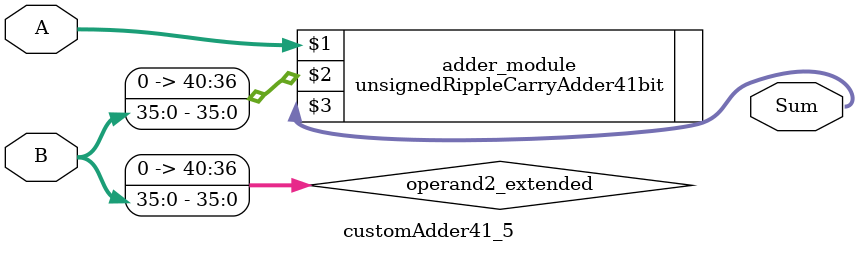
<source format=v>
module customAdder41_5(
                        input [40 : 0] A,
                        input [35 : 0] B,
                        
                        output [41 : 0] Sum
                );

        wire [40 : 0] operand2_extended;
        
        assign operand2_extended =  {5'b0, B};
        
        unsignedRippleCarryAdder41bit adder_module(
            A,
            operand2_extended,
            Sum
        );
        
        endmodule
        
</source>
